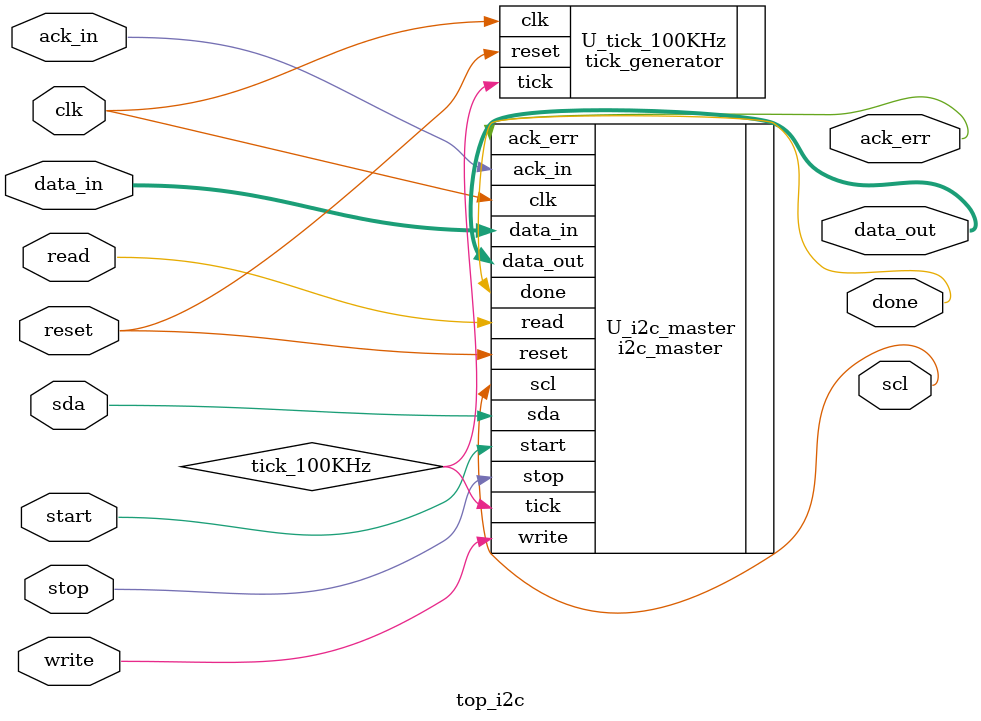
<source format=v>
module top_i2c(clk, reset, start, stop, write, read, data_in, ack_in, sda, scl, done, ack_err, data_out);
    input clk, reset;
    input start, stop, write, read;
    input [7:0] data_in;
    input ack_in;
    inout sda;
    output scl;
    output done;
    output ack_err;
    output [7:0] data_out;

    wire tick_100KHz;
    tick_generator #(.INPUT_FREQ(100_000_000), .TICK_HZ(100_000)) U_tick_100KHz(.clk(clk), .reset(reset), .tick(tick_100KHz));

    i2c_master U_i2c_master(.clk(clk), .reset(reset), .start(start), .stop(stop), .write(write), .read(read), .ack_in(ack_in), 
                            .tick(tick_100KHz), .data_in(data_in),
                            .data_out(data_out), .done(done)/*, busy*/, .ack_err(ack_err), .sda(sda), .scl(scl));
endmodule
</source>
